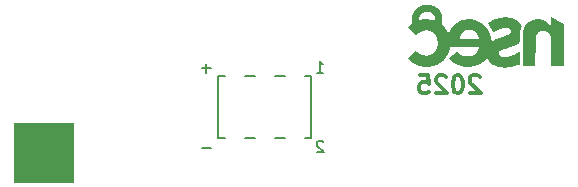
<source format=gbr>
%TF.GenerationSoftware,KiCad,Pcbnew,8.0.8*%
%TF.CreationDate,2025-04-07T01:24:50-03:00*%
%TF.ProjectId,Sao_Bomb,53616f5f-426f-46d6-922e-6b696361645f,rev?*%
%TF.SameCoordinates,Original*%
%TF.FileFunction,Legend,Bot*%
%TF.FilePolarity,Positive*%
%FSLAX46Y46*%
G04 Gerber Fmt 4.6, Leading zero omitted, Abs format (unit mm)*
G04 Created by KiCad (PCBNEW 8.0.8) date 2025-04-07 01:24:50*
%MOMM*%
%LPD*%
G01*
G04 APERTURE LIST*
%ADD10C,0.100000*%
%ADD11C,0.300000*%
%ADD12C,0.150000*%
%ADD13C,0.000000*%
%ADD14C,0.152400*%
%ADD15R,1.000000X1.000000*%
%ADD16R,1.041400X3.200400*%
G04 APERTURE END LIST*
D10*
X127800000Y-97350000D02*
X132800000Y-97350000D01*
X132800000Y-102350000D01*
X127800000Y-102350000D01*
X127800000Y-97350000D01*
G36*
X127800000Y-97350000D02*
G01*
X132800000Y-97350000D01*
X132800000Y-102350000D01*
X127800000Y-102350000D01*
X127800000Y-97350000D01*
G37*
D11*
X167202026Y-93478274D02*
X167130598Y-93406846D01*
X167130598Y-93406846D02*
X166987741Y-93335417D01*
X166987741Y-93335417D02*
X166630598Y-93335417D01*
X166630598Y-93335417D02*
X166487741Y-93406846D01*
X166487741Y-93406846D02*
X166416312Y-93478274D01*
X166416312Y-93478274D02*
X166344883Y-93621131D01*
X166344883Y-93621131D02*
X166344883Y-93763989D01*
X166344883Y-93763989D02*
X166416312Y-93978274D01*
X166416312Y-93978274D02*
X167273455Y-94835417D01*
X167273455Y-94835417D02*
X166344883Y-94835417D01*
X165416312Y-93335417D02*
X165273455Y-93335417D01*
X165273455Y-93335417D02*
X165130598Y-93406846D01*
X165130598Y-93406846D02*
X165059170Y-93478274D01*
X165059170Y-93478274D02*
X164987741Y-93621131D01*
X164987741Y-93621131D02*
X164916312Y-93906846D01*
X164916312Y-93906846D02*
X164916312Y-94263989D01*
X164916312Y-94263989D02*
X164987741Y-94549703D01*
X164987741Y-94549703D02*
X165059170Y-94692560D01*
X165059170Y-94692560D02*
X165130598Y-94763989D01*
X165130598Y-94763989D02*
X165273455Y-94835417D01*
X165273455Y-94835417D02*
X165416312Y-94835417D01*
X165416312Y-94835417D02*
X165559170Y-94763989D01*
X165559170Y-94763989D02*
X165630598Y-94692560D01*
X165630598Y-94692560D02*
X165702027Y-94549703D01*
X165702027Y-94549703D02*
X165773455Y-94263989D01*
X165773455Y-94263989D02*
X165773455Y-93906846D01*
X165773455Y-93906846D02*
X165702027Y-93621131D01*
X165702027Y-93621131D02*
X165630598Y-93478274D01*
X165630598Y-93478274D02*
X165559170Y-93406846D01*
X165559170Y-93406846D02*
X165416312Y-93335417D01*
X164344884Y-93478274D02*
X164273456Y-93406846D01*
X164273456Y-93406846D02*
X164130599Y-93335417D01*
X164130599Y-93335417D02*
X163773456Y-93335417D01*
X163773456Y-93335417D02*
X163630599Y-93406846D01*
X163630599Y-93406846D02*
X163559170Y-93478274D01*
X163559170Y-93478274D02*
X163487741Y-93621131D01*
X163487741Y-93621131D02*
X163487741Y-93763989D01*
X163487741Y-93763989D02*
X163559170Y-93978274D01*
X163559170Y-93978274D02*
X164416313Y-94835417D01*
X164416313Y-94835417D02*
X163487741Y-94835417D01*
X162130599Y-93335417D02*
X162844885Y-93335417D01*
X162844885Y-93335417D02*
X162916313Y-94049703D01*
X162916313Y-94049703D02*
X162844885Y-93978274D01*
X162844885Y-93978274D02*
X162702028Y-93906846D01*
X162702028Y-93906846D02*
X162344885Y-93906846D01*
X162344885Y-93906846D02*
X162202028Y-93978274D01*
X162202028Y-93978274D02*
X162130599Y-94049703D01*
X162130599Y-94049703D02*
X162059170Y-94192560D01*
X162059170Y-94192560D02*
X162059170Y-94549703D01*
X162059170Y-94549703D02*
X162130599Y-94692560D01*
X162130599Y-94692560D02*
X162202028Y-94763989D01*
X162202028Y-94763989D02*
X162344885Y-94835417D01*
X162344885Y-94835417D02*
X162702028Y-94835417D01*
X162702028Y-94835417D02*
X162844885Y-94763989D01*
X162844885Y-94763989D02*
X162916313Y-94692560D01*
D12*
X153960839Y-98940058D02*
X153913220Y-98892439D01*
X153913220Y-98892439D02*
X153817982Y-98844820D01*
X153817982Y-98844820D02*
X153579887Y-98844820D01*
X153579887Y-98844820D02*
X153484649Y-98892439D01*
X153484649Y-98892439D02*
X153437030Y-98940058D01*
X153437030Y-98940058D02*
X153389411Y-99035296D01*
X153389411Y-99035296D02*
X153389411Y-99130534D01*
X153389411Y-99130534D02*
X153437030Y-99273391D01*
X153437030Y-99273391D02*
X154008458Y-99844820D01*
X154008458Y-99844820D02*
X153389411Y-99844820D01*
X144413220Y-99463867D02*
X143651316Y-99463867D01*
X153389411Y-93094820D02*
X153960839Y-93094820D01*
X153675125Y-93094820D02*
X153675125Y-92094820D01*
X153675125Y-92094820D02*
X153770363Y-92237677D01*
X153770363Y-92237677D02*
X153865601Y-92332915D01*
X153865601Y-92332915D02*
X153960839Y-92380534D01*
X144413220Y-92713867D02*
X143651316Y-92713867D01*
X144032268Y-93094820D02*
X144032268Y-92332915D01*
D13*
%TO.C,REF\u002A\u002A*%
G36*
X173269415Y-88391623D02*
G01*
X173269754Y-88391657D01*
X173270108Y-88391714D01*
X173270475Y-88391794D01*
X173270857Y-88391898D01*
X173271253Y-88392025D01*
X173271663Y-88392175D01*
X173272086Y-88392349D01*
X173272524Y-88392546D01*
X173272976Y-88392766D01*
X174359884Y-88936220D01*
X174360296Y-88936450D01*
X174360689Y-88936706D01*
X174361062Y-88936988D01*
X174361412Y-88937294D01*
X174361741Y-88937622D01*
X174362045Y-88937971D01*
X174362325Y-88938340D01*
X174362580Y-88938727D01*
X174362809Y-88939131D01*
X174363010Y-88939550D01*
X174363183Y-88939983D01*
X174363326Y-88940428D01*
X174363440Y-88940885D01*
X174363522Y-88941351D01*
X174363572Y-88941825D01*
X174363589Y-88942306D01*
X174363589Y-92504788D01*
X174363585Y-92504958D01*
X174363572Y-92505126D01*
X174363551Y-92505291D01*
X174363523Y-92505454D01*
X174363486Y-92505614D01*
X174363442Y-92505771D01*
X174363391Y-92505925D01*
X174363333Y-92506075D01*
X174363267Y-92506221D01*
X174363195Y-92506364D01*
X174363116Y-92506502D01*
X174363031Y-92506636D01*
X174362940Y-92506766D01*
X174362842Y-92506891D01*
X174362739Y-92507011D01*
X174362630Y-92507126D01*
X174362516Y-92507236D01*
X174362396Y-92507340D01*
X174362272Y-92507438D01*
X174362142Y-92507530D01*
X174362008Y-92507616D01*
X174361870Y-92507696D01*
X174361727Y-92507769D01*
X174361580Y-92507835D01*
X174361430Y-92507894D01*
X174361275Y-92507946D01*
X174361117Y-92507991D01*
X174360956Y-92508028D01*
X174360792Y-92508057D01*
X174360625Y-92508078D01*
X174360455Y-92508091D01*
X174360282Y-92508095D01*
X173272845Y-92508095D01*
X173272417Y-92508088D01*
X173272003Y-92508068D01*
X173271602Y-92508035D01*
X173271214Y-92507988D01*
X173270839Y-92507927D01*
X173270478Y-92507854D01*
X173270130Y-92507766D01*
X173269795Y-92507666D01*
X173269474Y-92507552D01*
X173269166Y-92507424D01*
X173268872Y-92507283D01*
X173268591Y-92507129D01*
X173268324Y-92506961D01*
X173268070Y-92506780D01*
X173267829Y-92506585D01*
X173267602Y-92506377D01*
X173267389Y-92506155D01*
X173267189Y-92505920D01*
X173267003Y-92505672D01*
X173266831Y-92505410D01*
X173266672Y-92505134D01*
X173266527Y-92504845D01*
X173266395Y-92504543D01*
X173266278Y-92504227D01*
X173266174Y-92503898D01*
X173266084Y-92503555D01*
X173266007Y-92503199D01*
X173265945Y-92502829D01*
X173265896Y-92502446D01*
X173265861Y-92502049D01*
X173265840Y-92501639D01*
X173265833Y-92501216D01*
X173266494Y-90347904D01*
X173264881Y-90280523D01*
X173259689Y-90213879D01*
X173250764Y-90148366D01*
X173237951Y-90084382D01*
X173230038Y-90053086D01*
X173221094Y-90022320D01*
X173211100Y-89992134D01*
X173200038Y-89962577D01*
X173187887Y-89933698D01*
X173174628Y-89905548D01*
X173160241Y-89878175D01*
X173144708Y-89851629D01*
X173128009Y-89825959D01*
X173110125Y-89801215D01*
X173091035Y-89777446D01*
X173070722Y-89754702D01*
X173049164Y-89733032D01*
X173026344Y-89712485D01*
X173002241Y-89693111D01*
X172976836Y-89674960D01*
X172950110Y-89658080D01*
X172922043Y-89642522D01*
X172892616Y-89628334D01*
X172861810Y-89615567D01*
X172829605Y-89604269D01*
X172795982Y-89594490D01*
X172760921Y-89586280D01*
X172724403Y-89579687D01*
X172692466Y-89575274D01*
X172660890Y-89571956D01*
X172629675Y-89569733D01*
X172598820Y-89568606D01*
X172568326Y-89568575D01*
X172538191Y-89569639D01*
X172508417Y-89571800D01*
X172479002Y-89575057D01*
X172431102Y-89582708D01*
X172385365Y-89592925D01*
X172341792Y-89605710D01*
X172300381Y-89621062D01*
X172280487Y-89629701D01*
X172261134Y-89638981D01*
X172242322Y-89648904D01*
X172224050Y-89659468D01*
X172206320Y-89670674D01*
X172189130Y-89682521D01*
X172172481Y-89695011D01*
X172156372Y-89708142D01*
X172140805Y-89721915D01*
X172125778Y-89736330D01*
X172111293Y-89751387D01*
X172097348Y-89767085D01*
X172083944Y-89783426D01*
X172071080Y-89800408D01*
X172058758Y-89818032D01*
X172046976Y-89836298D01*
X172025035Y-89874756D01*
X172005258Y-89915781D01*
X171987643Y-89959373D01*
X171972192Y-90005533D01*
X171960870Y-90045023D01*
X171951054Y-90083988D01*
X171942743Y-90122429D01*
X171935938Y-90160345D01*
X171930638Y-90197736D01*
X171926844Y-90234603D01*
X171924556Y-90270945D01*
X171923773Y-90306762D01*
X171922849Y-92500819D01*
X171922841Y-92501267D01*
X171922820Y-92501701D01*
X171922784Y-92502120D01*
X171922734Y-92502526D01*
X171922670Y-92502917D01*
X171922592Y-92503293D01*
X171922499Y-92503656D01*
X171922393Y-92504004D01*
X171922271Y-92504338D01*
X171922136Y-92504658D01*
X171921987Y-92504964D01*
X171921823Y-92505255D01*
X171921645Y-92505532D01*
X171921453Y-92505795D01*
X171921247Y-92506043D01*
X171921026Y-92506278D01*
X171920791Y-92506498D01*
X171920542Y-92506704D01*
X171920279Y-92506896D01*
X171920002Y-92507073D01*
X171919711Y-92507236D01*
X171919405Y-92507385D01*
X171919085Y-92507520D01*
X171918752Y-92507641D01*
X171918404Y-92507747D01*
X171918041Y-92507840D01*
X171917665Y-92507918D01*
X171917275Y-92507982D01*
X171916870Y-92508031D01*
X171916451Y-92508067D01*
X171916019Y-92508088D01*
X171915572Y-92508095D01*
X170828664Y-92508095D01*
X170828451Y-92508092D01*
X170828245Y-92508081D01*
X170828046Y-92508064D01*
X170827853Y-92508039D01*
X170827666Y-92508008D01*
X170827486Y-92507969D01*
X170827313Y-92507924D01*
X170827146Y-92507872D01*
X170826985Y-92507812D01*
X170826831Y-92507746D01*
X170826684Y-92507673D01*
X170826543Y-92507593D01*
X170826409Y-92507505D01*
X170826281Y-92507411D01*
X170826159Y-92507310D01*
X170826045Y-92507202D01*
X170825936Y-92507087D01*
X170825834Y-92506965D01*
X170825739Y-92506836D01*
X170825650Y-92506700D01*
X170825568Y-92506557D01*
X170825492Y-92506407D01*
X170825423Y-92506250D01*
X170825360Y-92506086D01*
X170825304Y-92505915D01*
X170825254Y-92505737D01*
X170825210Y-92505552D01*
X170825174Y-92505360D01*
X170825143Y-92505161D01*
X170825120Y-92504955D01*
X170825092Y-92504523D01*
X170825489Y-89967963D01*
X170826581Y-89908283D01*
X170829728Y-89848305D01*
X170834930Y-89788030D01*
X170842187Y-89727457D01*
X170851500Y-89666586D01*
X170862867Y-89605418D01*
X170876289Y-89543952D01*
X170891767Y-89482188D01*
X170901128Y-89448625D01*
X170911094Y-89415803D01*
X170921665Y-89383721D01*
X170932840Y-89352378D01*
X170944619Y-89321776D01*
X170957002Y-89291913D01*
X170969988Y-89262790D01*
X170983578Y-89234406D01*
X171019838Y-89166106D01*
X171059066Y-89101502D01*
X171101263Y-89040594D01*
X171146428Y-88983382D01*
X171194561Y-88929866D01*
X171245662Y-88880046D01*
X171299732Y-88833922D01*
X171356770Y-88791493D01*
X171416777Y-88752761D01*
X171479752Y-88717724D01*
X171545695Y-88686383D01*
X171614606Y-88658738D01*
X171686487Y-88634790D01*
X171761335Y-88614536D01*
X171839152Y-88597979D01*
X171919937Y-88585118D01*
X171989108Y-88577309D01*
X172057821Y-88572469D01*
X172126010Y-88570643D01*
X172193612Y-88571879D01*
X172260560Y-88576224D01*
X172326792Y-88583725D01*
X172392241Y-88594430D01*
X172456843Y-88608385D01*
X172520534Y-88625637D01*
X172583248Y-88646235D01*
X172644922Y-88670223D01*
X172705490Y-88697651D01*
X172764887Y-88728564D01*
X172823049Y-88763010D01*
X172879911Y-88801037D01*
X172935409Y-88842690D01*
X172978580Y-88878136D01*
X173020808Y-88915219D01*
X173062091Y-88953939D01*
X173102424Y-88994296D01*
X173141805Y-89036291D01*
X173180228Y-89079922D01*
X173217691Y-89125191D01*
X173254191Y-89172096D01*
X173255583Y-89173848D01*
X173256883Y-89175335D01*
X173257498Y-89175979D01*
X173258090Y-89176556D01*
X173258660Y-89177067D01*
X173259206Y-89177511D01*
X173259729Y-89177889D01*
X173260230Y-89178201D01*
X173260708Y-89178446D01*
X173261163Y-89178625D01*
X173261595Y-89178737D01*
X173262005Y-89178783D01*
X173262392Y-89178763D01*
X173262757Y-89178676D01*
X173263099Y-89178523D01*
X173263419Y-89178303D01*
X173263716Y-89178017D01*
X173263991Y-89177665D01*
X173264244Y-89177246D01*
X173264475Y-89176761D01*
X173264683Y-89176210D01*
X173264869Y-89175592D01*
X173265033Y-89174908D01*
X173265175Y-89174157D01*
X173265296Y-89173340D01*
X173265394Y-89172457D01*
X173265524Y-89170491D01*
X173265568Y-89168260D01*
X173265568Y-88397264D01*
X173265575Y-88396763D01*
X173265597Y-88396286D01*
X173265634Y-88395832D01*
X173265685Y-88395401D01*
X173265751Y-88394993D01*
X173265832Y-88394608D01*
X173265927Y-88394247D01*
X173266037Y-88393908D01*
X173266162Y-88393593D01*
X173266300Y-88393301D01*
X173266454Y-88393033D01*
X173266622Y-88392788D01*
X173266804Y-88392565D01*
X173267000Y-88392367D01*
X173267211Y-88392191D01*
X173267437Y-88392038D01*
X173267677Y-88391909D01*
X173267931Y-88391803D01*
X173268199Y-88391721D01*
X173268482Y-88391662D01*
X173268778Y-88391625D01*
X173269089Y-88391613D01*
X173269415Y-88391623D01*
G37*
G36*
X162785109Y-87334589D02*
G01*
X162842160Y-87337167D01*
X162899895Y-87341841D01*
X162989207Y-87352992D01*
X163076026Y-87368667D01*
X163160212Y-87388919D01*
X163241623Y-87413797D01*
X163320121Y-87443354D01*
X163358233Y-87459903D01*
X163395565Y-87477640D01*
X163432098Y-87496572D01*
X163467815Y-87516705D01*
X163502698Y-87538047D01*
X163536731Y-87560602D01*
X163569895Y-87584378D01*
X163602172Y-87609380D01*
X163633547Y-87635616D01*
X163664000Y-87663091D01*
X163693514Y-87691813D01*
X163722073Y-87721787D01*
X163749657Y-87753019D01*
X163776251Y-87785516D01*
X163801836Y-87819285D01*
X163826395Y-87854332D01*
X163849910Y-87890663D01*
X163872364Y-87928284D01*
X163893739Y-87967202D01*
X163914018Y-88007424D01*
X163933183Y-88048955D01*
X163951217Y-88091802D01*
X163960656Y-88116657D01*
X163969198Y-88142007D01*
X163976843Y-88167854D01*
X163983592Y-88194196D01*
X163989444Y-88221035D01*
X163994400Y-88248370D01*
X163998458Y-88276201D01*
X164001620Y-88304528D01*
X164003751Y-88328971D01*
X164005519Y-88352889D01*
X164006925Y-88376282D01*
X164007967Y-88399151D01*
X164008646Y-88421494D01*
X164008961Y-88443312D01*
X164008912Y-88464604D01*
X164008499Y-88485370D01*
X164000099Y-88723677D01*
X163998603Y-88784389D01*
X163997858Y-88845032D01*
X163998118Y-88905343D01*
X163999636Y-88965060D01*
X163999939Y-88971898D01*
X164000320Y-88978719D01*
X164000781Y-88985525D01*
X164001321Y-88992313D01*
X164001939Y-88999085D01*
X164002636Y-89005841D01*
X164003412Y-89012579D01*
X164004266Y-89019299D01*
X164004397Y-89020133D01*
X164004561Y-89020949D01*
X164004759Y-89021746D01*
X164004990Y-89022524D01*
X164005254Y-89023284D01*
X164005552Y-89024025D01*
X164005883Y-89024747D01*
X164006247Y-89025451D01*
X164006645Y-89026136D01*
X164007075Y-89026803D01*
X164007539Y-89027451D01*
X164008035Y-89028080D01*
X164008565Y-89028691D01*
X164009128Y-89029283D01*
X164009723Y-89029857D01*
X164010352Y-89030412D01*
X164055401Y-89069415D01*
X164099040Y-89109429D01*
X164141269Y-89150455D01*
X164182087Y-89192493D01*
X164221494Y-89235543D01*
X164259491Y-89279605D01*
X164296077Y-89324678D01*
X164331253Y-89370764D01*
X164365018Y-89417861D01*
X164397373Y-89465970D01*
X164428316Y-89515091D01*
X164457850Y-89565224D01*
X164485972Y-89616369D01*
X164512684Y-89668526D01*
X164537985Y-89721694D01*
X164561876Y-89775875D01*
X164562180Y-89776564D01*
X164562483Y-89777207D01*
X164562784Y-89777805D01*
X164563084Y-89778359D01*
X164563382Y-89778867D01*
X164563679Y-89779331D01*
X164563975Y-89779750D01*
X164564269Y-89780124D01*
X164564561Y-89780453D01*
X164564852Y-89780737D01*
X164565142Y-89780976D01*
X164565430Y-89781170D01*
X164565716Y-89781320D01*
X164566001Y-89781424D01*
X164566285Y-89781483D01*
X164566567Y-89781498D01*
X164566847Y-89781467D01*
X164567126Y-89781392D01*
X164567404Y-89781271D01*
X164567680Y-89781106D01*
X164567954Y-89780895D01*
X164568227Y-89780640D01*
X164568498Y-89780340D01*
X164568768Y-89779994D01*
X164569036Y-89779604D01*
X164569303Y-89779168D01*
X164569568Y-89778688D01*
X164569832Y-89778163D01*
X164570094Y-89777592D01*
X164570355Y-89776977D01*
X164570614Y-89776316D01*
X164570871Y-89775611D01*
X164584081Y-89739284D01*
X164597957Y-89703195D01*
X164612496Y-89667368D01*
X164627691Y-89631828D01*
X164643537Y-89596599D01*
X164660029Y-89561705D01*
X164677161Y-89527171D01*
X164694928Y-89493019D01*
X164713324Y-89459276D01*
X164732344Y-89425964D01*
X164751983Y-89393109D01*
X164772236Y-89360734D01*
X164793095Y-89328864D01*
X164814558Y-89297522D01*
X164836617Y-89266734D01*
X164859267Y-89236523D01*
X164931595Y-89148402D01*
X165008092Y-89066940D01*
X165088547Y-88992041D01*
X165172749Y-88923615D01*
X165260485Y-88861569D01*
X165351544Y-88805809D01*
X165445714Y-88756244D01*
X165542785Y-88712780D01*
X165642544Y-88675325D01*
X165744779Y-88643786D01*
X165849279Y-88618071D01*
X165955833Y-88598087D01*
X166064228Y-88583741D01*
X166174253Y-88574941D01*
X166285697Y-88571595D01*
X166398348Y-88573609D01*
X166499759Y-88580481D01*
X166600069Y-88592661D01*
X166699084Y-88610073D01*
X166796612Y-88632640D01*
X166892459Y-88660283D01*
X166986433Y-88692927D01*
X167078340Y-88730494D01*
X167167988Y-88772906D01*
X167255183Y-88820087D01*
X167339732Y-88871960D01*
X167421443Y-88928447D01*
X167500122Y-88989472D01*
X167575577Y-89054956D01*
X167647614Y-89124824D01*
X167716041Y-89198998D01*
X167780663Y-89277400D01*
X167823799Y-89334827D01*
X167864702Y-89393401D01*
X167903372Y-89453124D01*
X167939810Y-89513995D01*
X167974016Y-89576014D01*
X168005989Y-89639182D01*
X168035730Y-89703498D01*
X168063239Y-89768962D01*
X168088515Y-89835574D01*
X168111558Y-89903334D01*
X168132369Y-89972243D01*
X168150948Y-90042301D01*
X168167294Y-90113506D01*
X168181408Y-90185861D01*
X168193290Y-90259363D01*
X168202939Y-90334014D01*
X168206101Y-90364201D01*
X168208721Y-90394835D01*
X168210798Y-90425915D01*
X168212331Y-90457442D01*
X168212364Y-90458071D01*
X168212413Y-90458668D01*
X168212477Y-90459234D01*
X168212557Y-90459767D01*
X168212652Y-90460269D01*
X168212764Y-90460740D01*
X168212891Y-90461178D01*
X168213034Y-90461584D01*
X168213192Y-90461959D01*
X168213367Y-90462302D01*
X168213557Y-90462613D01*
X168213763Y-90462893D01*
X168213985Y-90463141D01*
X168214222Y-90463356D01*
X168214475Y-90463541D01*
X168214744Y-90463693D01*
X168215029Y-90463813D01*
X168215330Y-90463902D01*
X168215646Y-90463959D01*
X168215978Y-90463984D01*
X168216326Y-90463978D01*
X168216690Y-90463939D01*
X168217069Y-90463869D01*
X168217464Y-90463767D01*
X168217875Y-90463634D01*
X168218302Y-90463468D01*
X168218745Y-90463271D01*
X168219203Y-90463042D01*
X168219678Y-90462781D01*
X168220168Y-90462488D01*
X168220674Y-90462164D01*
X168221195Y-90461808D01*
X168258024Y-90436379D01*
X168295560Y-90411817D01*
X168333766Y-90388097D01*
X168372605Y-90365194D01*
X168412040Y-90343081D01*
X168452034Y-90321733D01*
X168533552Y-90281230D01*
X168616862Y-90243480D01*
X168701668Y-90208279D01*
X168787674Y-90175422D01*
X168874583Y-90144705D01*
X169120644Y-90060501D01*
X169356654Y-89979075D01*
X169396839Y-89964777D01*
X169436101Y-89949990D01*
X169474442Y-89934714D01*
X169511862Y-89918950D01*
X169548360Y-89902699D01*
X169583937Y-89885959D01*
X169618592Y-89868732D01*
X169652326Y-89851017D01*
X169673481Y-89839140D01*
X169694128Y-89826555D01*
X169714107Y-89813226D01*
X169733260Y-89799117D01*
X169751428Y-89784193D01*
X169768454Y-89768417D01*
X169784178Y-89751755D01*
X169798442Y-89734170D01*
X169804977Y-89725021D01*
X169811088Y-89715628D01*
X169816754Y-89705986D01*
X169821956Y-89696091D01*
X169826675Y-89685939D01*
X169830890Y-89675525D01*
X169834581Y-89664845D01*
X169837729Y-89653894D01*
X169840313Y-89642668D01*
X169842315Y-89631163D01*
X169843714Y-89619373D01*
X169844490Y-89607295D01*
X169844624Y-89594923D01*
X169844096Y-89582255D01*
X169842886Y-89569284D01*
X169840974Y-89556007D01*
X169838442Y-89543074D01*
X169835298Y-89530542D01*
X169831564Y-89518406D01*
X169827258Y-89506664D01*
X169822400Y-89495312D01*
X169817010Y-89484347D01*
X169811109Y-89473765D01*
X169804716Y-89463562D01*
X169797850Y-89453735D01*
X169790532Y-89444281D01*
X169782781Y-89435196D01*
X169774617Y-89426477D01*
X169757132Y-89410123D01*
X169738233Y-89395190D01*
X169718080Y-89381650D01*
X169696832Y-89369477D01*
X169674646Y-89358641D01*
X169651683Y-89349117D01*
X169628101Y-89340875D01*
X169604057Y-89333889D01*
X169579712Y-89328130D01*
X169555224Y-89323570D01*
X169516483Y-89318284D01*
X169477305Y-89314819D01*
X169437762Y-89313084D01*
X169397929Y-89312991D01*
X169357879Y-89314450D01*
X169317685Y-89317370D01*
X169277421Y-89321664D01*
X169237161Y-89327241D01*
X169196979Y-89334012D01*
X169156948Y-89341887D01*
X169117142Y-89350776D01*
X169077634Y-89360591D01*
X168999809Y-89382638D01*
X168924060Y-89407311D01*
X168846333Y-89435379D01*
X168768996Y-89465609D01*
X168692048Y-89498002D01*
X168615488Y-89532556D01*
X168539318Y-89569273D01*
X168463536Y-89608153D01*
X168388142Y-89649195D01*
X168313137Y-89692399D01*
X168312603Y-89692700D01*
X168312075Y-89692973D01*
X168311555Y-89693220D01*
X168311043Y-89693440D01*
X168310537Y-89693633D01*
X168310039Y-89693799D01*
X168309548Y-89693939D01*
X168309065Y-89694051D01*
X168308588Y-89694137D01*
X168308119Y-89694196D01*
X168307658Y-89694228D01*
X168307203Y-89694233D01*
X168306756Y-89694211D01*
X168306316Y-89694163D01*
X168305884Y-89694087D01*
X168305458Y-89693985D01*
X168305040Y-89693856D01*
X168304630Y-89693700D01*
X168304226Y-89693517D01*
X168303830Y-89693308D01*
X168303441Y-89693071D01*
X168303060Y-89692808D01*
X168302685Y-89692518D01*
X168302318Y-89692200D01*
X168301959Y-89691856D01*
X168301606Y-89691486D01*
X168301261Y-89691088D01*
X168300923Y-89690663D01*
X168300592Y-89690211D01*
X168300269Y-89689733D01*
X168299953Y-89689228D01*
X168299645Y-89688695D01*
X167860568Y-88893490D01*
X167860409Y-88893181D01*
X167860266Y-88892868D01*
X167860140Y-88892552D01*
X167860030Y-88892232D01*
X167859936Y-88891909D01*
X167859857Y-88891584D01*
X167859795Y-88891258D01*
X167859748Y-88890930D01*
X167859716Y-88890602D01*
X167859700Y-88890274D01*
X167859699Y-88889946D01*
X167859713Y-88889619D01*
X167859743Y-88889294D01*
X167859786Y-88888971D01*
X167859845Y-88888650D01*
X167859918Y-88888332D01*
X167860006Y-88888018D01*
X167860107Y-88887708D01*
X167860223Y-88887403D01*
X167860353Y-88887103D01*
X167860496Y-88886808D01*
X167860654Y-88886520D01*
X167860825Y-88886239D01*
X167861009Y-88885965D01*
X167861206Y-88885699D01*
X167861417Y-88885441D01*
X167861641Y-88885191D01*
X167861877Y-88884952D01*
X167862127Y-88884722D01*
X167862388Y-88884503D01*
X167862663Y-88884294D01*
X167862949Y-88884097D01*
X167954298Y-88826434D01*
X168047955Y-88772079D01*
X168143758Y-88721133D01*
X168241545Y-88673700D01*
X168341153Y-88629880D01*
X168442418Y-88589776D01*
X168545180Y-88553489D01*
X168649274Y-88521122D01*
X168754539Y-88492776D01*
X168860812Y-88468554D01*
X168967930Y-88448557D01*
X169075731Y-88432888D01*
X169184052Y-88421647D01*
X169292730Y-88414938D01*
X169401604Y-88412861D01*
X169510510Y-88415520D01*
X169607030Y-88422453D01*
X169703271Y-88434318D01*
X169798801Y-88451188D01*
X169893184Y-88473133D01*
X169985987Y-88500226D01*
X170076777Y-88532536D01*
X170165120Y-88570137D01*
X170208238Y-88590943D01*
X170250582Y-88613098D01*
X170292097Y-88636611D01*
X170332730Y-88661491D01*
X170372425Y-88687747D01*
X170411129Y-88715388D01*
X170448788Y-88744423D01*
X170485347Y-88774860D01*
X170520751Y-88806709D01*
X170554948Y-88839978D01*
X170587883Y-88874677D01*
X170619501Y-88910813D01*
X170649748Y-88948397D01*
X170678570Y-88987438D01*
X170705913Y-89027943D01*
X170731723Y-89069922D01*
X170755945Y-89113384D01*
X170778526Y-89158338D01*
X170778849Y-89159065D01*
X170779127Y-89159792D01*
X170779358Y-89160519D01*
X170779542Y-89161247D01*
X170779680Y-89161975D01*
X170779771Y-89162703D01*
X170779816Y-89163430D01*
X170779815Y-89164159D01*
X170779767Y-89164887D01*
X170779672Y-89165615D01*
X170779531Y-89166342D01*
X170779343Y-89167070D01*
X170779109Y-89167798D01*
X170778829Y-89168525D01*
X170778502Y-89169252D01*
X170778128Y-89169979D01*
X170756045Y-89212233D01*
X170735335Y-89255264D01*
X170715993Y-89299009D01*
X170698017Y-89343410D01*
X170681402Y-89388404D01*
X170666144Y-89433931D01*
X170652240Y-89479930D01*
X170639685Y-89526340D01*
X170628476Y-89573101D01*
X170618608Y-89620151D01*
X170610079Y-89667430D01*
X170602883Y-89714876D01*
X170597018Y-89762430D01*
X170592478Y-89810030D01*
X170589262Y-89857615D01*
X170587363Y-89905124D01*
X170584169Y-90056480D01*
X170582662Y-90206283D01*
X170582845Y-90354533D01*
X170584718Y-90501231D01*
X170584722Y-90502427D01*
X170584671Y-90503601D01*
X170584563Y-90504751D01*
X170584401Y-90505879D01*
X170584182Y-90506984D01*
X170583907Y-90508066D01*
X170583577Y-90509125D01*
X170583192Y-90510162D01*
X170582750Y-90511176D01*
X170582253Y-90512167D01*
X170581700Y-90513135D01*
X170581092Y-90514080D01*
X170580428Y-90515003D01*
X170579709Y-90515903D01*
X170578933Y-90516780D01*
X170578103Y-90517635D01*
X170567172Y-90528403D01*
X170556010Y-90539009D01*
X170544616Y-90549454D01*
X170532990Y-90559736D01*
X170521133Y-90569858D01*
X170509045Y-90579819D01*
X170496727Y-90589619D01*
X170484177Y-90599259D01*
X170445291Y-90627683D01*
X170405564Y-90654890D01*
X170365047Y-90680922D01*
X170323789Y-90705822D01*
X170281844Y-90729631D01*
X170239261Y-90752391D01*
X170196092Y-90774145D01*
X170152389Y-90794935D01*
X170108202Y-90814802D01*
X170063582Y-90833788D01*
X169973249Y-90869289D01*
X169881801Y-90901772D01*
X169789645Y-90931575D01*
X169578269Y-90996066D01*
X169369354Y-91058046D01*
X169331663Y-91069360D01*
X169294332Y-91081146D01*
X169257362Y-91093404D01*
X169220753Y-91106134D01*
X169184503Y-91119335D01*
X169148614Y-91133007D01*
X169113085Y-91147150D01*
X169077915Y-91161763D01*
X169060870Y-91169208D01*
X169044086Y-91176968D01*
X169027593Y-91185055D01*
X169011423Y-91193484D01*
X168995605Y-91202268D01*
X168980173Y-91211420D01*
X168965156Y-91220955D01*
X168950585Y-91230885D01*
X168936492Y-91241225D01*
X168922907Y-91251987D01*
X168909862Y-91263186D01*
X168897387Y-91274835D01*
X168885514Y-91286947D01*
X168874273Y-91299537D01*
X168863696Y-91312617D01*
X168853813Y-91326202D01*
X168851292Y-91329944D01*
X168848890Y-91333665D01*
X168846604Y-91337364D01*
X168844437Y-91341042D01*
X168842388Y-91344698D01*
X168840456Y-91348333D01*
X168838642Y-91351946D01*
X168836946Y-91355537D01*
X168835368Y-91359107D01*
X168833908Y-91362655D01*
X168832565Y-91366181D01*
X168831341Y-91369685D01*
X168830234Y-91373168D01*
X168829245Y-91376628D01*
X168828373Y-91380067D01*
X168827620Y-91383483D01*
X168823989Y-91404303D01*
X168821558Y-91424473D01*
X168820294Y-91443998D01*
X168820165Y-91462883D01*
X168821138Y-91481132D01*
X168823180Y-91498749D01*
X168826259Y-91515740D01*
X168830342Y-91532109D01*
X168835397Y-91547861D01*
X168841390Y-91562999D01*
X168848289Y-91577530D01*
X168856062Y-91591457D01*
X168864676Y-91604785D01*
X168874099Y-91617518D01*
X168884297Y-91629662D01*
X168895238Y-91641221D01*
X168906889Y-91652199D01*
X168919218Y-91662601D01*
X168932193Y-91672431D01*
X168945780Y-91681695D01*
X168959946Y-91690397D01*
X168974660Y-91698541D01*
X169005600Y-91713175D01*
X169038337Y-91725634D01*
X169072611Y-91735954D01*
X169108160Y-91744174D01*
X169144724Y-91750328D01*
X169198822Y-91756524D01*
X169253765Y-91760297D01*
X169309550Y-91761649D01*
X169366179Y-91760578D01*
X169423652Y-91757085D01*
X169481968Y-91751169D01*
X169541127Y-91742832D01*
X169601130Y-91732072D01*
X169667120Y-91717849D01*
X169732433Y-91701475D01*
X169797070Y-91683030D01*
X169861031Y-91662592D01*
X169924315Y-91640240D01*
X169986922Y-91616054D01*
X170048852Y-91590111D01*
X170110105Y-91562491D01*
X170170681Y-91533272D01*
X170230578Y-91502535D01*
X170289798Y-91470356D01*
X170348340Y-91436816D01*
X170406203Y-91401993D01*
X170463388Y-91365966D01*
X170519894Y-91328813D01*
X170575722Y-91290615D01*
X170576193Y-91290298D01*
X170576649Y-91290010D01*
X170577091Y-91289750D01*
X170577518Y-91289518D01*
X170577929Y-91289315D01*
X170578326Y-91289140D01*
X170578708Y-91288994D01*
X170579075Y-91288876D01*
X170579427Y-91288787D01*
X170579764Y-91288726D01*
X170580086Y-91288693D01*
X170580394Y-91288689D01*
X170580686Y-91288714D01*
X170580964Y-91288767D01*
X170581226Y-91288848D01*
X170581473Y-91288958D01*
X170581706Y-91289096D01*
X170581924Y-91289263D01*
X170582126Y-91289458D01*
X170582314Y-91289682D01*
X170582486Y-91289934D01*
X170582644Y-91290214D01*
X170582787Y-91290523D01*
X170582915Y-91290860D01*
X170583027Y-91291226D01*
X170583125Y-91291621D01*
X170583208Y-91292043D01*
X170583275Y-91292494D01*
X170583328Y-91292974D01*
X170583365Y-91293482D01*
X170583388Y-91294018D01*
X170583395Y-91294583D01*
X170583395Y-92360325D01*
X170583362Y-92361463D01*
X170583321Y-92362017D01*
X170583263Y-92362561D01*
X170583188Y-92363094D01*
X170583097Y-92363618D01*
X170582989Y-92364131D01*
X170582865Y-92364634D01*
X170582724Y-92365127D01*
X170582567Y-92365610D01*
X170582393Y-92366083D01*
X170582202Y-92366546D01*
X170581995Y-92366998D01*
X170581772Y-92367441D01*
X170581532Y-92367873D01*
X170581275Y-92368296D01*
X170581002Y-92368708D01*
X170580712Y-92369110D01*
X170580406Y-92369503D01*
X170580084Y-92369885D01*
X170579745Y-92370257D01*
X170579389Y-92370619D01*
X170579017Y-92370971D01*
X170578629Y-92371312D01*
X170578224Y-92371644D01*
X170577802Y-92371966D01*
X170577364Y-92372278D01*
X170576910Y-92372580D01*
X170576439Y-92372871D01*
X170575952Y-92373153D01*
X170574928Y-92373686D01*
X170488773Y-92413238D01*
X170402322Y-92449875D01*
X170315577Y-92483596D01*
X170228535Y-92514401D01*
X170141199Y-92542291D01*
X170053567Y-92567265D01*
X169965640Y-92589324D01*
X169877417Y-92608468D01*
X169788899Y-92624696D01*
X169700085Y-92638008D01*
X169610976Y-92648405D01*
X169521571Y-92655887D01*
X169431871Y-92660453D01*
X169341874Y-92662104D01*
X169251582Y-92660839D01*
X169160995Y-92656658D01*
X169054299Y-92647590D01*
X168948685Y-92633611D01*
X168844618Y-92614540D01*
X168742562Y-92590198D01*
X168642984Y-92560406D01*
X168594268Y-92543409D01*
X168546346Y-92524983D01*
X168499276Y-92505103D01*
X168453115Y-92483749D01*
X168407922Y-92460897D01*
X168363756Y-92436525D01*
X168320673Y-92410611D01*
X168278732Y-92383131D01*
X168237992Y-92354064D01*
X168198510Y-92323387D01*
X168160344Y-92291077D01*
X168123553Y-92257113D01*
X168088195Y-92221471D01*
X168054327Y-92184129D01*
X168022009Y-92145065D01*
X167991298Y-92104256D01*
X167962251Y-92061680D01*
X167934928Y-92017314D01*
X167909387Y-91971135D01*
X167885685Y-91923122D01*
X167863880Y-91873252D01*
X167844032Y-91821501D01*
X167843856Y-91821028D01*
X167843675Y-91820582D01*
X167843490Y-91820163D01*
X167843300Y-91819773D01*
X167843105Y-91819409D01*
X167842906Y-91819074D01*
X167842702Y-91818766D01*
X167842493Y-91818485D01*
X167842280Y-91818233D01*
X167842062Y-91818007D01*
X167841840Y-91817810D01*
X167841613Y-91817640D01*
X167841381Y-91817498D01*
X167841145Y-91817383D01*
X167840904Y-91817296D01*
X167840658Y-91817237D01*
X167840407Y-91817205D01*
X167840152Y-91817201D01*
X167839893Y-91817224D01*
X167839628Y-91817275D01*
X167839359Y-91817354D01*
X167839086Y-91817461D01*
X167838808Y-91817595D01*
X167838525Y-91817757D01*
X167838237Y-91817946D01*
X167837945Y-91818163D01*
X167837648Y-91818408D01*
X167837347Y-91818680D01*
X167837040Y-91818980D01*
X167836730Y-91819308D01*
X167836414Y-91819663D01*
X167836094Y-91820046D01*
X167798242Y-91866439D01*
X167766442Y-91904810D01*
X167752812Y-91920989D01*
X167740695Y-91935163D01*
X167730091Y-91947332D01*
X167721000Y-91957497D01*
X167653367Y-92027955D01*
X167582768Y-92094272D01*
X167509342Y-92156449D01*
X167433227Y-92214488D01*
X167354560Y-92268390D01*
X167273481Y-92318157D01*
X167190127Y-92363789D01*
X167104637Y-92405288D01*
X167017148Y-92442656D01*
X166927799Y-92475893D01*
X166836728Y-92505002D01*
X166744074Y-92529983D01*
X166649973Y-92550838D01*
X166554566Y-92567569D01*
X166457989Y-92580176D01*
X166360381Y-92588661D01*
X166267986Y-92593071D01*
X166176409Y-92594128D01*
X166085652Y-92591831D01*
X165995714Y-92586182D01*
X165906594Y-92577179D01*
X165818295Y-92564824D01*
X165730814Y-92549116D01*
X165644154Y-92530056D01*
X165568874Y-92510293D01*
X165494918Y-92487545D01*
X165422328Y-92461853D01*
X165351148Y-92433257D01*
X165281421Y-92401799D01*
X165213189Y-92367519D01*
X165146496Y-92330458D01*
X165081385Y-92290657D01*
X165017898Y-92248157D01*
X164956079Y-92202999D01*
X164895971Y-92155224D01*
X164837617Y-92104872D01*
X164781059Y-92051985D01*
X164726341Y-91996603D01*
X164673506Y-91938767D01*
X164622597Y-91878519D01*
X164622269Y-91878107D01*
X164621964Y-91877697D01*
X164621682Y-91877289D01*
X164621423Y-91876883D01*
X164621187Y-91876479D01*
X164620974Y-91876077D01*
X164620784Y-91875677D01*
X164620617Y-91875280D01*
X164620474Y-91874884D01*
X164620353Y-91874490D01*
X164620256Y-91874098D01*
X164620181Y-91873709D01*
X164620130Y-91873321D01*
X164620101Y-91872936D01*
X164620096Y-91872552D01*
X164620114Y-91872171D01*
X164620154Y-91871791D01*
X164620218Y-91871414D01*
X164620305Y-91871039D01*
X164620414Y-91870665D01*
X164620547Y-91870294D01*
X164620703Y-91869925D01*
X164620881Y-91869558D01*
X164621083Y-91869193D01*
X164621308Y-91868830D01*
X164621555Y-91868469D01*
X164621826Y-91868111D01*
X164622119Y-91867754D01*
X164622436Y-91867399D01*
X164622775Y-91867047D01*
X164623138Y-91866696D01*
X164623523Y-91866348D01*
X165240664Y-91319984D01*
X165241052Y-91319647D01*
X165241440Y-91319333D01*
X165241828Y-91319041D01*
X165242217Y-91318770D01*
X165242605Y-91318522D01*
X165242993Y-91318295D01*
X165243381Y-91318090D01*
X165243770Y-91317908D01*
X165244158Y-91317747D01*
X165244546Y-91317608D01*
X165244934Y-91317491D01*
X165245323Y-91317397D01*
X165245711Y-91317324D01*
X165246100Y-91317273D01*
X165246488Y-91317244D01*
X165246877Y-91317237D01*
X165247265Y-91317252D01*
X165247654Y-91317289D01*
X165248042Y-91317348D01*
X165248431Y-91317429D01*
X165248820Y-91317532D01*
X165249208Y-91317657D01*
X165249597Y-91317804D01*
X165249986Y-91317973D01*
X165250375Y-91318164D01*
X165250764Y-91318376D01*
X165251153Y-91318611D01*
X165251542Y-91318868D01*
X165251931Y-91319147D01*
X165252321Y-91319448D01*
X165252710Y-91319771D01*
X165253099Y-91320116D01*
X165291204Y-91354411D01*
X165329842Y-91387684D01*
X165369059Y-91419839D01*
X165408898Y-91450785D01*
X165449403Y-91480428D01*
X165490620Y-91508674D01*
X165532591Y-91535431D01*
X165575362Y-91560606D01*
X165618976Y-91584104D01*
X165663477Y-91605833D01*
X165708911Y-91625701D01*
X165755320Y-91643612D01*
X165802749Y-91659475D01*
X165851243Y-91673196D01*
X165900845Y-91684682D01*
X165951599Y-91693840D01*
X165982966Y-91698394D01*
X166014064Y-91702300D01*
X166044891Y-91705555D01*
X166075449Y-91708162D01*
X166105737Y-91710120D01*
X166135756Y-91711428D01*
X166165504Y-91712088D01*
X166194983Y-91712098D01*
X166224192Y-91711459D01*
X166253131Y-91710171D01*
X166281801Y-91708234D01*
X166310201Y-91705648D01*
X166338331Y-91702412D01*
X166366191Y-91698528D01*
X166393781Y-91693995D01*
X166421102Y-91688813D01*
X166456692Y-91680932D01*
X166491404Y-91671934D01*
X166525238Y-91661838D01*
X166558193Y-91650659D01*
X166590269Y-91638415D01*
X166621465Y-91625123D01*
X166651781Y-91610800D01*
X166681217Y-91595462D01*
X166709771Y-91579128D01*
X166737445Y-91561814D01*
X166790145Y-91524314D01*
X166839315Y-91483098D01*
X166884950Y-91438302D01*
X166927048Y-91390063D01*
X166965604Y-91338518D01*
X167000616Y-91283801D01*
X167032079Y-91226050D01*
X167059991Y-91165401D01*
X167084347Y-91101990D01*
X167105145Y-91035953D01*
X167122380Y-90967427D01*
X167122471Y-90966987D01*
X167122544Y-90966561D01*
X167122600Y-90966150D01*
X167122638Y-90965752D01*
X167122659Y-90965368D01*
X167122663Y-90964999D01*
X167122650Y-90964643D01*
X167122619Y-90964301D01*
X167122570Y-90963973D01*
X167122505Y-90963659D01*
X167122422Y-90963359D01*
X167122322Y-90963073D01*
X167122205Y-90962801D01*
X167122070Y-90962543D01*
X167121918Y-90962299D01*
X167121749Y-90962068D01*
X167121562Y-90961852D01*
X167121358Y-90961650D01*
X167121137Y-90961462D01*
X167120899Y-90961287D01*
X167120643Y-90961127D01*
X167120370Y-90960980D01*
X167120080Y-90960848D01*
X167119772Y-90960729D01*
X167119447Y-90960624D01*
X167119105Y-90960534D01*
X167118746Y-90960457D01*
X167118370Y-90960394D01*
X167117976Y-90960345D01*
X167117565Y-90960310D01*
X167117137Y-90960289D01*
X167116692Y-90960282D01*
X164697474Y-90960282D01*
X164697090Y-90960288D01*
X164696716Y-90960306D01*
X164696352Y-90960336D01*
X164695998Y-90960377D01*
X164695654Y-90960431D01*
X164695320Y-90960496D01*
X164694997Y-90960573D01*
X164694683Y-90960662D01*
X164694380Y-90960763D01*
X164694087Y-90960876D01*
X164693804Y-90961001D01*
X164693531Y-90961137D01*
X164693269Y-90961286D01*
X164693016Y-90961446D01*
X164692774Y-90961618D01*
X164692541Y-90961802D01*
X164692319Y-90961998D01*
X164692107Y-90962206D01*
X164691905Y-90962426D01*
X164691713Y-90962658D01*
X164691531Y-90962901D01*
X164691360Y-90963157D01*
X164691198Y-90963424D01*
X164691047Y-90963704D01*
X164690905Y-90963995D01*
X164690774Y-90964298D01*
X164690653Y-90964613D01*
X164690542Y-90964941D01*
X164690441Y-90965279D01*
X164690350Y-90965630D01*
X164690269Y-90965993D01*
X164690198Y-90966368D01*
X164677583Y-91030792D01*
X164663155Y-91094221D01*
X164646912Y-91156654D01*
X164628856Y-91218093D01*
X164608986Y-91278536D01*
X164587302Y-91337985D01*
X164563804Y-91396438D01*
X164538493Y-91453896D01*
X164511367Y-91510358D01*
X164482428Y-91565826D01*
X164451675Y-91620298D01*
X164419108Y-91673774D01*
X164384727Y-91726255D01*
X164348532Y-91777741D01*
X164310524Y-91828231D01*
X164270701Y-91877725D01*
X164208365Y-91949440D01*
X164143727Y-92017406D01*
X164076787Y-92081625D01*
X164007546Y-92142096D01*
X163936003Y-92198820D01*
X163862159Y-92251796D01*
X163786013Y-92301024D01*
X163707565Y-92346504D01*
X163626816Y-92388237D01*
X163543766Y-92426222D01*
X163458414Y-92460459D01*
X163370760Y-92490949D01*
X163280805Y-92517691D01*
X163188548Y-92540686D01*
X163093989Y-92559932D01*
X162997129Y-92575431D01*
X162926272Y-92583935D01*
X162853997Y-92589999D01*
X162780303Y-92593625D01*
X162705192Y-92594811D01*
X162628662Y-92593558D01*
X162550716Y-92589866D01*
X162471352Y-92583736D01*
X162390572Y-92575167D01*
X162324219Y-92566134D01*
X162258905Y-92555106D01*
X162194630Y-92542085D01*
X162131396Y-92527071D01*
X162069201Y-92510062D01*
X162008046Y-92491060D01*
X161947930Y-92470065D01*
X161888855Y-92447075D01*
X161830819Y-92422093D01*
X161773822Y-92395116D01*
X161717866Y-92366146D01*
X161662950Y-92335182D01*
X161609073Y-92302224D01*
X161556236Y-92267272D01*
X161504440Y-92230327D01*
X161453683Y-92191389D01*
X161413444Y-92158677D01*
X161373561Y-92124838D01*
X161334034Y-92089869D01*
X161294863Y-92053772D01*
X161256048Y-92016547D01*
X161217589Y-91978192D01*
X161179486Y-91938710D01*
X161141739Y-91898098D01*
X161141082Y-91897363D01*
X161140469Y-91896629D01*
X161139898Y-91895895D01*
X161139371Y-91895162D01*
X161138887Y-91894430D01*
X161138446Y-91893698D01*
X161138048Y-91892967D01*
X161137693Y-91892237D01*
X161137382Y-91891508D01*
X161137114Y-91890779D01*
X161136889Y-91890051D01*
X161136707Y-91889324D01*
X161136568Y-91888598D01*
X161136473Y-91887872D01*
X161136420Y-91887148D01*
X161136411Y-91886423D01*
X161136445Y-91885700D01*
X161136522Y-91884978D01*
X161136642Y-91884256D01*
X161136806Y-91883535D01*
X161137013Y-91882815D01*
X161137263Y-91882096D01*
X161137556Y-91881377D01*
X161137892Y-91880659D01*
X161138271Y-91879942D01*
X161138694Y-91879226D01*
X161139160Y-91878511D01*
X161139668Y-91877797D01*
X161140221Y-91877083D01*
X161140816Y-91876370D01*
X161141454Y-91875658D01*
X161142136Y-91874947D01*
X161769463Y-91241402D01*
X161769833Y-91241046D01*
X161770217Y-91240713D01*
X161770614Y-91240403D01*
X161771022Y-91240114D01*
X161771441Y-91239849D01*
X161771870Y-91239606D01*
X161772308Y-91239386D01*
X161772754Y-91239188D01*
X161773207Y-91239013D01*
X161773667Y-91238861D01*
X161774132Y-91238732D01*
X161774602Y-91238625D01*
X161775076Y-91238540D01*
X161775552Y-91238479D01*
X161776031Y-91238440D01*
X161776511Y-91238424D01*
X161776991Y-91238431D01*
X161777470Y-91238460D01*
X161777948Y-91238513D01*
X161778423Y-91238588D01*
X161778895Y-91238686D01*
X161779363Y-91238806D01*
X161779826Y-91238950D01*
X161780283Y-91239116D01*
X161780733Y-91239305D01*
X161781175Y-91239517D01*
X161781609Y-91239752D01*
X161782033Y-91240010D01*
X161782447Y-91240290D01*
X161782850Y-91240594D01*
X161783241Y-91240921D01*
X161783618Y-91241270D01*
X161807230Y-91264039D01*
X161831631Y-91286705D01*
X161856821Y-91309267D01*
X161882801Y-91331726D01*
X161909570Y-91354082D01*
X161937131Y-91376333D01*
X161965482Y-91398481D01*
X161994623Y-91420525D01*
X162037063Y-91450857D01*
X162080017Y-91479012D01*
X162123485Y-91504990D01*
X162167467Y-91528791D01*
X162211963Y-91550415D01*
X162256973Y-91569863D01*
X162302496Y-91587134D01*
X162348533Y-91602228D01*
X162395084Y-91615146D01*
X162442149Y-91625887D01*
X162489728Y-91634451D01*
X162537820Y-91640839D01*
X162586426Y-91645051D01*
X162635545Y-91647086D01*
X162685178Y-91646945D01*
X162735325Y-91644628D01*
X162785754Y-91639924D01*
X162835532Y-91632725D01*
X162884574Y-91623057D01*
X162932793Y-91610947D01*
X162980102Y-91596420D01*
X163026416Y-91579501D01*
X163071648Y-91560218D01*
X163115713Y-91538596D01*
X163158523Y-91514661D01*
X163199992Y-91488438D01*
X163240036Y-91459955D01*
X163278566Y-91429236D01*
X163315497Y-91396308D01*
X163350743Y-91361197D01*
X163384217Y-91323929D01*
X163415833Y-91284530D01*
X163447161Y-91240922D01*
X163475982Y-91196118D01*
X163502331Y-91150185D01*
X163526245Y-91103193D01*
X163547757Y-91055209D01*
X163566905Y-91006302D01*
X163583723Y-90956541D01*
X163598246Y-90905993D01*
X163610511Y-90854728D01*
X163620553Y-90802813D01*
X163628406Y-90750318D01*
X163634108Y-90697309D01*
X163637692Y-90643857D01*
X163639195Y-90590029D01*
X163638652Y-90535894D01*
X163636099Y-90481519D01*
X163631931Y-90433124D01*
X163625799Y-90385197D01*
X163617734Y-90337808D01*
X163607769Y-90291029D01*
X163602425Y-90270213D01*
X165494646Y-90270213D01*
X165494647Y-90270326D01*
X165494653Y-90270439D01*
X165494666Y-90270550D01*
X165494684Y-90270661D01*
X165494708Y-90270770D01*
X165494738Y-90270878D01*
X165494774Y-90270983D01*
X165494815Y-90271087D01*
X165494862Y-90271188D01*
X165494915Y-90271287D01*
X165494973Y-90271383D01*
X165495037Y-90271476D01*
X165495105Y-90271566D01*
X165495180Y-90271652D01*
X165495256Y-90271736D01*
X165495337Y-90271815D01*
X165495422Y-90271889D01*
X165495510Y-90271959D01*
X165495602Y-90272022D01*
X165495697Y-90272081D01*
X165495795Y-90272134D01*
X165495896Y-90272182D01*
X165495999Y-90272225D01*
X165496105Y-90272262D01*
X165496214Y-90272293D01*
X165496324Y-90272319D01*
X165496436Y-90272340D01*
X165496549Y-90272354D01*
X165496664Y-90272363D01*
X165496780Y-90272366D01*
X167133360Y-90272366D01*
X167133660Y-90272361D01*
X167133949Y-90272347D01*
X167134226Y-90272323D01*
X167134493Y-90272290D01*
X167134748Y-90272247D01*
X167134993Y-90272194D01*
X167135226Y-90272132D01*
X167135449Y-90272061D01*
X167135660Y-90271979D01*
X167135860Y-90271889D01*
X167136050Y-90271789D01*
X167136228Y-90271679D01*
X167136395Y-90271559D01*
X167136551Y-90271430D01*
X167136696Y-90271292D01*
X167136830Y-90271144D01*
X167136953Y-90270986D01*
X167137065Y-90270819D01*
X167137165Y-90270642D01*
X167137255Y-90270456D01*
X167137333Y-90270260D01*
X167137401Y-90270054D01*
X167137457Y-90269839D01*
X167137502Y-90269615D01*
X167137536Y-90269380D01*
X167137558Y-90269136D01*
X167137570Y-90268883D01*
X167137571Y-90268620D01*
X167137560Y-90268347D01*
X167137538Y-90268065D01*
X167137505Y-90267773D01*
X167137461Y-90267471D01*
X167130250Y-90225995D01*
X167121653Y-90184623D01*
X167111655Y-90143444D01*
X167100242Y-90102545D01*
X167087398Y-90062015D01*
X167073107Y-90021942D01*
X167057356Y-89982415D01*
X167040128Y-89943522D01*
X167021409Y-89905351D01*
X167001183Y-89867992D01*
X166979436Y-89831531D01*
X166956152Y-89796058D01*
X166931316Y-89761661D01*
X166904913Y-89728428D01*
X166876928Y-89696448D01*
X166847346Y-89665809D01*
X166808753Y-89630517D01*
X166767964Y-89598412D01*
X166725173Y-89569496D01*
X166680576Y-89543772D01*
X166634366Y-89521242D01*
X166586739Y-89501909D01*
X166537888Y-89485776D01*
X166488009Y-89472845D01*
X166437296Y-89463118D01*
X166385943Y-89456598D01*
X166334145Y-89453287D01*
X166282097Y-89453189D01*
X166229993Y-89456305D01*
X166178028Y-89462638D01*
X166126396Y-89472191D01*
X166075292Y-89484966D01*
X166042439Y-89495098D01*
X166010599Y-89506588D01*
X165979766Y-89519394D01*
X165949934Y-89533472D01*
X165921097Y-89548781D01*
X165893247Y-89565275D01*
X165866378Y-89582914D01*
X165840485Y-89601653D01*
X165815559Y-89621451D01*
X165791596Y-89642263D01*
X165746528Y-89686761D01*
X165705231Y-89734803D01*
X165667652Y-89786045D01*
X165633739Y-89840145D01*
X165603441Y-89896759D01*
X165576706Y-89955542D01*
X165553482Y-90016152D01*
X165533717Y-90078245D01*
X165517361Y-90141477D01*
X165504360Y-90205505D01*
X165494664Y-90269985D01*
X165494652Y-90270099D01*
X165494646Y-90270213D01*
X163602425Y-90270213D01*
X163595935Y-90244932D01*
X163582264Y-90199587D01*
X163566787Y-90155065D01*
X163549536Y-90111439D01*
X163530544Y-90068780D01*
X163509841Y-90027158D01*
X163487460Y-89986645D01*
X163463432Y-89947312D01*
X163437790Y-89909231D01*
X163410564Y-89872473D01*
X163381786Y-89837109D01*
X163351489Y-89803210D01*
X163319705Y-89770848D01*
X163286464Y-89740094D01*
X163251798Y-89711020D01*
X163215740Y-89683696D01*
X163178322Y-89658194D01*
X163139574Y-89634585D01*
X163099528Y-89612940D01*
X163058217Y-89593332D01*
X163015673Y-89575830D01*
X162971926Y-89560507D01*
X162927009Y-89547433D01*
X162880953Y-89536680D01*
X162833790Y-89528319D01*
X162785553Y-89522422D01*
X162736272Y-89519060D01*
X162685980Y-89518304D01*
X162638910Y-89519784D01*
X162592525Y-89523134D01*
X162546825Y-89528354D01*
X162501809Y-89535444D01*
X162457478Y-89544403D01*
X162413831Y-89555231D01*
X162370869Y-89567930D01*
X162328590Y-89582498D01*
X162286996Y-89598936D01*
X162246087Y-89617243D01*
X162205861Y-89637420D01*
X162166320Y-89659467D01*
X162127463Y-89683383D01*
X162089290Y-89709169D01*
X162051801Y-89736825D01*
X162014996Y-89766350D01*
X161990600Y-89787059D01*
X161966565Y-89808040D01*
X161942890Y-89829293D01*
X161919576Y-89850819D01*
X161896622Y-89872617D01*
X161874028Y-89894689D01*
X161851794Y-89917034D01*
X161829920Y-89939653D01*
X161829689Y-89939882D01*
X161829448Y-89940097D01*
X161829197Y-89940300D01*
X161828937Y-89940488D01*
X161828668Y-89940663D01*
X161828392Y-89940823D01*
X161828108Y-89940969D01*
X161827817Y-89941099D01*
X161827520Y-89941215D01*
X161827217Y-89941316D01*
X161826910Y-89941401D01*
X161826598Y-89941470D01*
X161826282Y-89941523D01*
X161825962Y-89941560D01*
X161825641Y-89941580D01*
X161825316Y-89941584D01*
X161824993Y-89941570D01*
X161824672Y-89941540D01*
X161824354Y-89941493D01*
X161824040Y-89941431D01*
X161823731Y-89941352D01*
X161823427Y-89941258D01*
X161823128Y-89941148D01*
X161822836Y-89941023D01*
X161822551Y-89940884D01*
X161822273Y-89940730D01*
X161822002Y-89940562D01*
X161821741Y-89940380D01*
X161821489Y-89940185D01*
X161821246Y-89939976D01*
X161821014Y-89939755D01*
X161820792Y-89939520D01*
X161158276Y-89226865D01*
X161157963Y-89226526D01*
X161157670Y-89226187D01*
X161157397Y-89225848D01*
X161157145Y-89225508D01*
X161156911Y-89225168D01*
X161156698Y-89224828D01*
X161156505Y-89224487D01*
X161156331Y-89224146D01*
X161156178Y-89223805D01*
X161156044Y-89223464D01*
X161155930Y-89223122D01*
X161155836Y-89222780D01*
X161155762Y-89222438D01*
X161155708Y-89222095D01*
X161155674Y-89221753D01*
X161155659Y-89221410D01*
X161155665Y-89221066D01*
X161155691Y-89220723D01*
X161155736Y-89220379D01*
X161155801Y-89220034D01*
X161155887Y-89219690D01*
X161155992Y-89219345D01*
X161156117Y-89219000D01*
X161156263Y-89218655D01*
X161156428Y-89218310D01*
X161156613Y-89217964D01*
X161156818Y-89217618D01*
X161157043Y-89217272D01*
X161157288Y-89216925D01*
X161157553Y-89216579D01*
X161157838Y-89216232D01*
X161158143Y-89215885D01*
X161196621Y-89174015D01*
X161235658Y-89133605D01*
X161275252Y-89094655D01*
X161315405Y-89057164D01*
X161356116Y-89021134D01*
X161397384Y-88986563D01*
X161439211Y-88953452D01*
X161481596Y-88921800D01*
X161482255Y-88921294D01*
X161482876Y-88920767D01*
X161483460Y-88920219D01*
X161484008Y-88919650D01*
X161484517Y-88919061D01*
X161484990Y-88918451D01*
X161485426Y-88917820D01*
X161485825Y-88917168D01*
X161486186Y-88916497D01*
X161486511Y-88915804D01*
X161486798Y-88915091D01*
X161487049Y-88914357D01*
X161487263Y-88913603D01*
X161487439Y-88912828D01*
X161487579Y-88912033D01*
X161487682Y-88911217D01*
X161488203Y-88905446D01*
X161488575Y-88899641D01*
X161488798Y-88893803D01*
X161488872Y-88887932D01*
X161488798Y-88882028D01*
X161488575Y-88876092D01*
X161488203Y-88870123D01*
X161487682Y-88864121D01*
X161479973Y-88780994D01*
X161473257Y-88700543D01*
X161467536Y-88622770D01*
X161465364Y-88588248D01*
X162061677Y-88588248D01*
X162061695Y-88630891D01*
X162061736Y-88631953D01*
X162061809Y-88632972D01*
X162061914Y-88633949D01*
X162062051Y-88634883D01*
X162062219Y-88635776D01*
X162062420Y-88636626D01*
X162062653Y-88637433D01*
X162062918Y-88638198D01*
X162063215Y-88638921D01*
X162063544Y-88639602D01*
X162063905Y-88640240D01*
X162064299Y-88640836D01*
X162064724Y-88641389D01*
X162065181Y-88641900D01*
X162065670Y-88642369D01*
X162066192Y-88642796D01*
X162066745Y-88643180D01*
X162067330Y-88643521D01*
X162067948Y-88643821D01*
X162068597Y-88644078D01*
X162069279Y-88644292D01*
X162069993Y-88644464D01*
X162070738Y-88644594D01*
X162071516Y-88644682D01*
X162072326Y-88644727D01*
X162073168Y-88644730D01*
X162074042Y-88644690D01*
X162074948Y-88644608D01*
X162075886Y-88644483D01*
X162076856Y-88644316D01*
X162077859Y-88644107D01*
X162078893Y-88643856D01*
X162160497Y-88624664D01*
X162243651Y-88608432D01*
X162328356Y-88595161D01*
X162414611Y-88584850D01*
X162502418Y-88577500D01*
X162591775Y-88573110D01*
X162682684Y-88571681D01*
X162775144Y-88573212D01*
X162861012Y-88577576D01*
X162945776Y-88585182D01*
X163029436Y-88596030D01*
X163111992Y-88610120D01*
X163193444Y-88627450D01*
X163233757Y-88637331D01*
X163273793Y-88648022D01*
X163313553Y-88659523D01*
X163353038Y-88671835D01*
X163392246Y-88684957D01*
X163431179Y-88698889D01*
X163431619Y-88699044D01*
X163432046Y-88699179D01*
X163432461Y-88699294D01*
X163432863Y-88699390D01*
X163433252Y-88699466D01*
X163433629Y-88699521D01*
X163433993Y-88699557D01*
X163434344Y-88699573D01*
X163434683Y-88699570D01*
X163435009Y-88699546D01*
X163435322Y-88699502D01*
X163435623Y-88699439D01*
X163435911Y-88699356D01*
X163436186Y-88699252D01*
X163436449Y-88699129D01*
X163436699Y-88698987D01*
X163436936Y-88698824D01*
X163437161Y-88698641D01*
X163437373Y-88698439D01*
X163437572Y-88698216D01*
X163437759Y-88697974D01*
X163437934Y-88697711D01*
X163438095Y-88697429D01*
X163438244Y-88697127D01*
X163438381Y-88696805D01*
X163438505Y-88696463D01*
X163438616Y-88696102D01*
X163438715Y-88695720D01*
X163438801Y-88695318D01*
X163438875Y-88694897D01*
X163438936Y-88694456D01*
X163438984Y-88693994D01*
X163441218Y-88660091D01*
X163442122Y-88626614D01*
X163441709Y-88593591D01*
X163439991Y-88561051D01*
X163436979Y-88529024D01*
X163432686Y-88497539D01*
X163427123Y-88466623D01*
X163420302Y-88436307D01*
X163412235Y-88406618D01*
X163402934Y-88377586D01*
X163392410Y-88349239D01*
X163380676Y-88321608D01*
X163367743Y-88294719D01*
X163353624Y-88268603D01*
X163338330Y-88243288D01*
X163321873Y-88218802D01*
X163304265Y-88195176D01*
X163285517Y-88172438D01*
X163265642Y-88150616D01*
X163244652Y-88129739D01*
X163222558Y-88109837D01*
X163199373Y-88090938D01*
X163175107Y-88073071D01*
X163149774Y-88056266D01*
X163123384Y-88040550D01*
X163095950Y-88025953D01*
X163067484Y-88012503D01*
X163037997Y-88000230D01*
X163007501Y-87989162D01*
X162976009Y-87979329D01*
X162943532Y-87970758D01*
X162910082Y-87963480D01*
X162871124Y-87956881D01*
X162831773Y-87952218D01*
X162792149Y-87949494D01*
X162752374Y-87948715D01*
X162712567Y-87949883D01*
X162672850Y-87953004D01*
X162633344Y-87958080D01*
X162594169Y-87965117D01*
X162555448Y-87974118D01*
X162517300Y-87985087D01*
X162479846Y-87998028D01*
X162443208Y-88012946D01*
X162407506Y-88029845D01*
X162372862Y-88048728D01*
X162339396Y-88069600D01*
X162307229Y-88092464D01*
X162276518Y-88117124D01*
X162247856Y-88142983D01*
X162221243Y-88170041D01*
X162196679Y-88198298D01*
X162174163Y-88227754D01*
X162153696Y-88258408D01*
X162135278Y-88290262D01*
X162118908Y-88323315D01*
X162104587Y-88357566D01*
X162092314Y-88393016D01*
X162082090Y-88429665D01*
X162073914Y-88467513D01*
X162067787Y-88506559D01*
X162063708Y-88546804D01*
X162061677Y-88588248D01*
X161465364Y-88588248D01*
X161462811Y-88547680D01*
X161461841Y-88525378D01*
X161461447Y-88502987D01*
X161461629Y-88480507D01*
X161462387Y-88457939D01*
X161463720Y-88435281D01*
X161465629Y-88412534D01*
X161468114Y-88389699D01*
X161471175Y-88366774D01*
X161474812Y-88343760D01*
X161479024Y-88320658D01*
X161483812Y-88297466D01*
X161489176Y-88274186D01*
X161495115Y-88250816D01*
X161501631Y-88227357D01*
X161508722Y-88203810D01*
X161516389Y-88180173D01*
X161535263Y-88127639D01*
X161556136Y-88076595D01*
X161579008Y-88027043D01*
X161603880Y-87978983D01*
X161630750Y-87932413D01*
X161659620Y-87887335D01*
X161690488Y-87843749D01*
X161723356Y-87801654D01*
X161758223Y-87761050D01*
X161795088Y-87721938D01*
X161833952Y-87684317D01*
X161874815Y-87648187D01*
X161917677Y-87613549D01*
X161962538Y-87580402D01*
X162009398Y-87548747D01*
X162058256Y-87518583D01*
X162105727Y-87491817D01*
X162153881Y-87467147D01*
X162202721Y-87444573D01*
X162252244Y-87424095D01*
X162302451Y-87405712D01*
X162353342Y-87389426D01*
X162404918Y-87375235D01*
X162457178Y-87363140D01*
X162510122Y-87353141D01*
X162563751Y-87345239D01*
X162618064Y-87339432D01*
X162673061Y-87335721D01*
X162728743Y-87334107D01*
X162785109Y-87334589D01*
G37*
D14*
%TO.C,J1*%
X145063000Y-93346101D02*
X145063000Y-98603901D01*
X145063000Y-98603901D02*
X145606560Y-98603901D01*
X145606560Y-93346101D02*
X145063000Y-93346101D01*
X147313440Y-98603901D02*
X148146560Y-98603901D01*
X148146560Y-93346101D02*
X147313440Y-93346101D01*
X149853440Y-98603901D02*
X150686560Y-98603901D01*
X150686560Y-93346101D02*
X149853440Y-93346101D01*
X152393440Y-98603901D02*
X152937000Y-98603901D01*
X152937000Y-93346101D02*
X152393440Y-93346101D01*
X152937000Y-98603901D02*
X152937000Y-93346101D01*
%TD*%
%LPC*%
D15*
%TO.C,J3*%
X130500000Y-82500000D03*
%TD*%
%TO.C,J7*%
X168500000Y-82500000D03*
%TD*%
%TO.C,J8*%
X155000000Y-107500000D03*
%TD*%
%TO.C,J2*%
X143000000Y-85000000D03*
%TD*%
%TO.C,J9*%
X168000000Y-109500000D03*
%TD*%
%TO.C,J4*%
X154500000Y-85000000D03*
%TD*%
%TO.C,J6*%
X143500000Y-107500000D03*
%TD*%
%TO.C,J5*%
X130500000Y-109500000D03*
%TD*%
D16*
%TO.C,J1*%
X151540000Y-93450002D03*
X151540000Y-98500000D03*
X149000000Y-93450002D03*
X149000000Y-98500000D03*
X146460000Y-93450002D03*
X146460000Y-98500000D03*
%TD*%
%LPD*%
M02*

</source>
